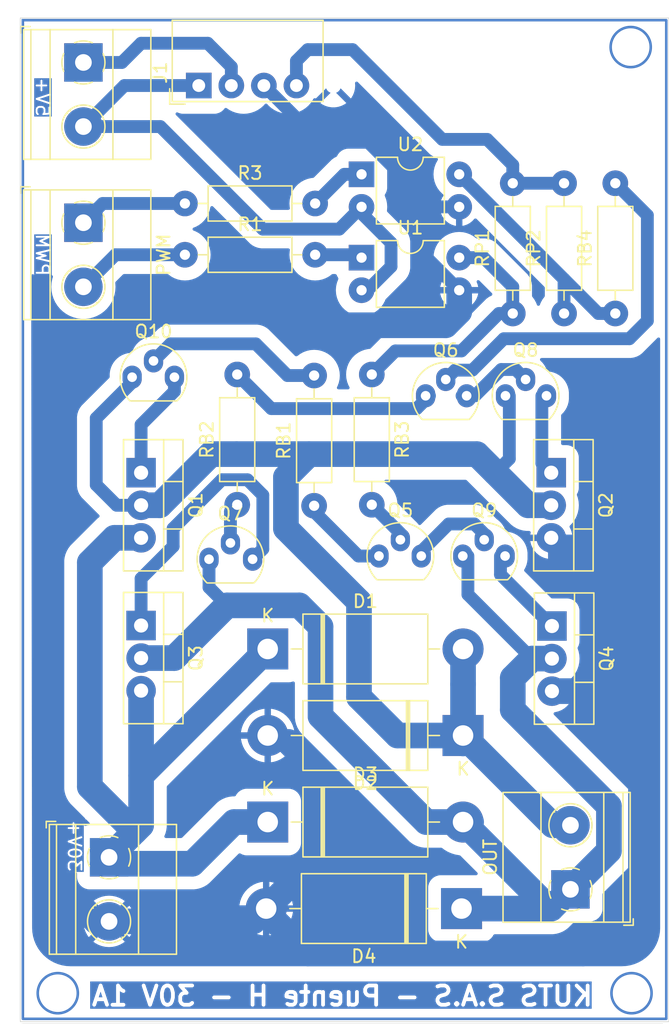
<source format=kicad_pcb>
(kicad_pcb (version 20240108) (generator "pcbnew") (generator_version "8.0")
  (layers (0 "F.Cu" signal) (31 "B.Cu" signal) (34 "B.Paste" user) (35 "F.Paste" user) (36 "B.SilkS" user "B.Silkscreen") (37 "F.SilkS" user "F.Silkscreen") (38 "B.Mask" user) (39 "F.Mask" user) (44 "Edge.Cuts" user))
  (net 0 "")
  (net 1 "30V")
  (net 2 "Net-(D1-A)")
  (net 3 "Net-(D3-A)")
  (net 4 "GND2")
  (net 5 "Net-(Q1-B)")
  (net 6 "Net-(Q2-B)")
  (net 7 "Net-(Q3-B)")
  (net 8 "Net-(Q4-B)")
  (net 9 "Net-(Q5-B)")
  (net 10 "Net-(Q5-E)")
  (net 11 "Net-(Q5-C)")
  (net 12 "Net-(Q6-B)")
  (net 13 "Net-(Q6-E)")
  (net 14 "Net-(Q6-C)")
  (net 15 "Net-(Q7-B)")
  (net 16 "Net-(Q10-B)")
  (net 17 "Net-(R1-Pad2)")
  (net 18 "5VI")
  (net 19 "Net-(R3-Pad2)")
  (net 20 "Net-(J3-Pin_2)")
  (net 21 "Net-(RB3-Pad1)")
  (net 22 "Net-(RB4-Pad1)")
  (net 23 "5V")
  (net 24 "GND1")
  (net 25 "Net-(J3-Pin_1)")
  (footprint "Resistor_THT:R_Axial_DIN0207_L6.3mm_D2.5mm_P10.16mm_Horizontal" (layer "F.Cu") (at 65.4 37.98 90)
    (property "Reference" "RP1" (at 5.08 -2.37 -90) (layer "F.SilkS"))
    (property "Value" "10k")
    (fp_line (start 8.35 -1.37) (end 1.81 -1.37) (stroke (width 0.12)) (layer "F.SilkS"))
    (fp_line (start 1.81 -1.37) (end 1.81 1.37) (stroke (width 0.12)) (layer "F.SilkS"))
    (fp_line (start 9.12 0) (end 8.35 0) (stroke (width 0.12)) (layer "F.SilkS"))
    (fp_line (start 1.04 0) (end 1.81 0) (stroke (width 0.12)) (layer "F.SilkS"))
    (fp_line (start 8.35 1.37) (end 8.35 -1.37) (stroke (width 0.12)) (layer "F.SilkS"))
    (fp_line (start 1.81 1.37) (end 8.35 1.37) (stroke (width 0.12)) (layer "F.SilkS"))
    (pad "1" thru_hole circle (at 0 0 90) (size 2 2) (drill 0.8) (layers "*.Cu" "*.Mask") (net 21 "Net-(RB3-Pad1)"))
    (pad "2" thru_hole circle (at 10.16 0 90) (size 2 2) (drill 0.8) (layers "*.Cu" "*.Mask") (net 18 "5VI"))
  )
  (footprint "Package_TO_SOT_THT:TO-220-3_Vertical" (layer "F.Cu") (at 36.4 62.32 -90)
    (property "Reference" "Q3" (at 2.54 -4.27 90) (layer "F.SilkS"))
    (property "Value" "TIP42")
    (fp_line (start -2.58 1.371) (end 7.66 1.371) (stroke (width 0.12)) (layer "F.SilkS"))
    (fp_line (start -2.58 -1.76) (end 7.66 -1.76) (stroke (width 0.12)) (layer "F.SilkS"))
    (fp_line (start -2.58 -3.27) (end -2.58 1.371) (stroke (width 0.12)) (layer "F.SilkS"))
    (fp_line (start -2.58 -3.27) (end 7.66 -3.27) (stroke (width 0.12)) (layer "F.SilkS"))
    (fp_line (start 0.69 -3.27) (end 0.69 -1.76) (stroke (width 0.12)) (layer "F.SilkS"))
    (fp_line (start 4.391 -3.27) (end 4.391 -1.76) (stroke (width 0.12)) (layer "F.SilkS"))
    (fp_line (start 7.66 -3.27) (end 7.66 1.371) (stroke (width 0.12)) (layer "F.SilkS"))
    (pad "1" thru_hole rect (at 0 0 270) (size 2.3 2.3) (drill 1.1) (layers "*.Cu" "*.Mask") (net 7 "Net-(Q3-B)"))
    (pad "2" thru_hole oval (at 2.54 0 270) (size 2.3 2.3) (drill 1.1) (layers "*.Cu" "*.Mask") (net 3 "Net-(D3-A)"))
    (pad "3" thru_hole oval (at 5.08 0 270) (size 2.3 2.3) (drill 1.1) (layers "*.Cu" "*.Mask") (net 1 "30V"))
  )
  (footprint "TerminalBlock_Phoenix:TerminalBlock_Phoenix_MKDS-1,5-2_1x02_P5.00mm_Horizontal" (layer "F.Cu") (at 31.9 30.9 -90)
    (property "Reference" "PWM" (at 2.5 -6.26 90) (layer "F.SilkS"))
    (property "Value" "Conn_01x02")
    (fp_line (start -2.8 4.9) (end -2.3 4.9) (stroke (width 0.12)) (layer "F.SilkS"))
    (fp_line (start -2.56 4.66) (end 7.56 4.66) (stroke (width 0.12)) (layer "F.SilkS"))
    (fp_line (start -2.8 4.16) (end -2.8 4.9) (stroke (width 0.12)) (layer "F.SilkS"))
    (fp_line (start -2.56 4.1) (end 7.56 4.1) (stroke (width 0.12)) (layer "F.SilkS"))
    (fp_line (start -2.56 2.6) (end 7.56 2.6) (stroke (width 0.12)) (layer "F.SilkS"))
    (fp_line (start 3.966 1.239) (end 3.931 1.274) (stroke (width 0.12)) (layer "F.SilkS"))
    (fp_line (start 3.773 1.023) (end 3.726 1.069) (stroke (width 0.12)) (layer "F.SilkS"))
    (fp_line (start 6.275 -1.069) (end 6.228 -1.023) (stroke (width 0.12)) (layer "F.SilkS"))
    (fp_line (start 6.07 -1.275) (end 6.035 -1.239) (stroke (width 0.12)) (layer "F.SilkS"))
    (fp_line (start -2.56 -2.301) (end 7.56 -2.301) (stroke (width 0.12)) (layer "F.SilkS"))
    (fp_line (start -2.56 -5.261) (end -2.56 4.66) (stroke (width 0.12)) (layer "F.SilkS"))
    (fp_line (start -2.56 -5.261) (end 7.56 -5.261) (stroke (width 0.12)) (layer "F.SilkS"))
    (fp_line (start 7.56 -5.261) (end 7.56 4.66) (stroke (width 0.12)) (layer "F.SilkS"))
    (fp_arc (start 0.028805 1.680253) (mid -0.335551 1.646659) (end -0.684 1.535) (stroke (width 0.12)) (layer "F.SilkS"))
    (fp_arc (start 0.683318 1.534756) (mid 0.349292 1.643288) (end 0 1.68) (stroke (width 0.12)) (layer "F.SilkS"))
    (fp_arc (start -1.535427 0.683042) (mid -1.680501 -0.000524) (end -1.535 -0.684) (stroke (width 0.12)) (layer "F.SilkS"))
    (fp_arc (start 1.535427 -0.683042) (mid 1.680501 0.000524) (end 1.535 0.684) (stroke (width 0.12)) (layer "F.SilkS"))
    (fp_arc (start -0.683042 -1.535427) (mid 0.000524 -1.680501) (end 0.684 -1.535) (stroke (width 0.12)) (layer "F.SilkS"))
    (fp_circle (center 5 0) (end 6.68 0) (stroke (width 0.12)) (fill none) (layer "F.SilkS"))
    (fp_text user "${REFERENCE}" (at 2.5 3.2 -90) (layer "B.Cu" knockout) (effects (justify mirror)))
    (pad "1" thru_hole rect (at 0 0 270) (size 3 3) (drill 1.3) (layers "*.Cu" "*.Mask") (net 25 "Net-(J3-Pin_1)"))
    (pad "2" thru_hole circle (at 5 0 270) (size 3 3) (drill 1.3) (layers "*.Cu" "*.Mask") (net 20 "Net-(J3-Pin_2)"))
  )
  (footprint "TerminalBlock_Phoenix:TerminalBlock_Phoenix_MKDS-1,5-2_1x02_P5.00mm_Horizontal" (layer "F.Cu") (at 31.9 18.4 -90)
    (property "Reference" "5V+" (at 2.7 3.2 -90) (layer "B.Cu" knockout) (effects (justify mirror)))
    (property "Value" "Conn_01x02")
    (fp_line (start -2.8 4.9) (end -2.3 4.9) (stroke (width 0.12)) (layer "F.SilkS"))
    (fp_line (start -2.56 4.66) (end 7.56 4.66) (stroke (width 0.12)) (layer "F.SilkS"))
    (fp_line (start -2.8 4.16) (end -2.8 4.9) (stroke (width 0.12)) (layer "F.SilkS"))
    (fp_line (start -2.56 4.1) (end 7.56 4.1) (stroke (width 0.12)) (layer "F.SilkS"))
    (fp_line (start -2.56 2.6) (end 7.56 2.6) (stroke (width 0.12)) (layer "F.SilkS"))
    (fp_line (start 3.966 1.239) (end 3.931 1.274) (stroke (width 0.12)) (layer "F.SilkS"))
    (fp_line (start 3.773 1.023) (end 3.726 1.069) (stroke (width 0.12)) (layer "F.SilkS"))
    (fp_line (start 6.275 -1.069) (end 6.228 -1.023) (stroke (width 0.12)) (layer "F.SilkS"))
    (fp_line (start 6.07 -1.275) (end 6.035 -1.239) (stroke (width 0.12)) (layer "F.SilkS"))
    (fp_line (start -2.56 -2.301) (end 7.56 -2.301) (stroke (width 0.12)) (layer "F.SilkS"))
    (fp_line (start -2.56 -5.261) (end -2.56 4.66) (stroke (width 0.12)) (layer "F.SilkS"))
    (fp_line (start -2.56 -5.261) (end 7.56 -5.261) (stroke (width 0.12)) (layer "F.SilkS"))
    (fp_line (start 7.56 -5.261) (end 7.56 4.66) (stroke (width 0.12)) (layer "F.SilkS"))
    (fp_arc (start 0.028805 1.680253) (mid -0.335551 1.646659) (end -0.684 1.535) (stroke (width 0.12)) (layer "F.SilkS"))
    (fp_arc (start 0.683318 1.534756) (mid 0.349292 1.643288) (end 0 1.68) (stroke (width 0.12)) (layer "F.SilkS"))
    (fp_arc (start -1.535427 0.683042) (mid -1.680501 -0.000524) (end -1.535 -0.684) (stroke (width 0.12)) (layer "F.SilkS"))
    (fp_arc (start 1.535427 -0.683042) (mid 1.680501 0.000524) (end 1.535 0.684) (stroke (width 0.12)) (layer "F.SilkS"))
    (fp_arc (start -0.683042 -1.535427) (mid 0.000524 -1.680501) (end 0.684 -1.535) (stroke (width 0.12)) (layer "F.SilkS"))
    (fp_circle (center 5 0) (end 6.68 0) (stroke (width 0.12)) (fill none) (layer "F.SilkS"))
    (pad "1" thru_hole rect (at 0 0 270) (size 3 3) (drill 1.3) (layers "*.Cu" "*.Mask") (net 23 "5V"))
    (pad "2" thru_hole circle (at 5 0 270) (size 3 3) (drill 1.3) (layers "*.Cu" "*.Mask") (net 24 "GND1"))
  )
  (footprint "Package_TO_SOT_THT:TO-92" (layer "F.Cu") (at 61.9 56.9)
    (property "Reference" "Q9" (at 1.27 -3.56 0) (layer "F.SilkS"))
    (property "Value" "BC337")
    (fp_line (start -0.53 1.85) (end 3.07 1.85) (stroke (width 0.12)) (layer "F.SilkS"))
    (fp_arc (start -0.568478 1.838478) (mid -1.132087 -0.994977) (end 1.27 -2.6) (stroke (width 0.12)) (layer "F.SilkS"))
    (fp_arc (start 1.27 -2.6) (mid 3.672087 -0.994977) (end 3.108478 1.838478) (stroke (width 0.12)) (layer "F.SilkS"))
    (pad "1" thru_hole oval (at -0.4 0) (size 1.5 1.8) (drill 0.75) (layers "*.Cu" "*.Mask") (net 3 "Net-(D3-A)"))
    (pad "2" thru_hole oval (at 1.27 -1.27) (size 1.5 1.8) (drill 0.75) (layers "*.Cu" "*.Mask") (net 10 "Net-(Q5-E)"))
    (pad "3" thru_hole oval (at 2.9 0) (size 1.5 1.8) (drill 0.75) (layers "*.Cu" "*.Mask") (net 8 "Net-(Q4-B)"))
  )
  (footprint "TerminalBlock_Phoenix:TerminalBlock_Phoenix_MKDS-1,5-2_1x02_P5.00mm_Horizontal" (layer "F.Cu") (at 33.9 80.4 -90)
    (property "Reference" "30V+" (at -0.9 2.7 -90) (layer "B.Cu" knockout) (effects (justify mirror)))
    (property "Value" "Conn_01x02")
    (fp_line (start -2.8 4.9) (end -2.3 4.9) (stroke (width 0.12)) (layer "F.SilkS"))
    (fp_line (start -2.56 4.66) (end 7.56 4.66) (stroke (width 0.12)) (layer "F.SilkS"))
    (fp_line (start -2.8 4.16) (end -2.8 4.9) (stroke (width 0.12)) (layer "F.SilkS"))
    (fp_line (start -2.56 4.1) (end 7.56 4.1) (stroke (width 0.12)) (layer "F.SilkS"))
    (fp_line (start -2.56 2.6) (end 7.56 2.6) (stroke (width 0.12)) (layer "F.SilkS"))
    (fp_line (start 3.966 1.239) (end 3.931 1.274) (stroke (width 0.12)) (layer "F.SilkS"))
    (fp_line (start 3.773 1.023) (end 3.726 1.069) (stroke (width 0.12)) (layer "F.SilkS"))
    (fp_line (start 6.275 -1.069) (end 6.228 -1.023) (stroke (width 0.12)) (layer "F.SilkS"))
    (fp_line (start 6.07 -1.275) (end 6.035 -1.239) (stroke (width 0.12)) (layer "F.SilkS"))
    (fp_line (start -2.56 -2.301) (end 7.56 -2.301) (stroke (width 0.12)) (layer "F.SilkS"))
    (fp_line (start -2.56 -5.261) (end -2.56 4.66) (stroke (width 0.12)) (layer "F.SilkS"))
    (fp_line (start -2.56 -5.261) (end 7.56 -5.261) (stroke (width 0.12)) (layer "F.SilkS"))
    (fp_line (start 7.56 -5.261) (end 7.56 4.66) (stroke (width 0.12)) (layer "F.SilkS"))
    (fp_arc (start 0.028805 1.680253) (mid -0.335551 1.646659) (end -0.684 1.535) (stroke (width 0.12)) (layer "F.SilkS"))
    (fp_arc (start 0.683318 1.534756) (mid 0.349292 1.643288) (end 0 1.68) (stroke (width 0.12)) (layer "F.SilkS"))
    (fp_arc (start -1.535427 0.683042) (mid -1.680501 -0.000524) (end -1.535 -0.684) (stroke (width 0.12)) (layer "F.SilkS"))
    (fp_arc (start 1.535427 -0.683042) (mid 1.680501 0.000524) (end 1.535 0.684) (stroke (width 0.12)) (layer "F.SilkS"))
    (fp_arc (start -0.683042 -1.535427) (mid 0.000524 -1.680501) (end 0.684 -1.535) (stroke (width 0.12)) (layer "F.SilkS"))
    (fp_circle (center 5 0) (end 6.68 0) (stroke (width 0.12)) (fill none) (layer "F.SilkS"))
    (pad "1" thru_hole rect (at 0 0 270) (size 3 3) (drill 1.3) (layers "*.Cu" "*.Mask") (net 1 "30V"))
    (pad "2" thru_hole circle (at 5 0 270) (size 3 3) (drill 1.3) (layers "*.Cu" "*.Mask") (net 4 "GND2"))
  )
  (footprint "Diode_THT:D_DO-201AD_P15.24mm_Horizontal" (layer "F.Cu") (at 46.28 77.65)
    (property "Reference" "D3" (at 7.62 -3.72 0) (layer "F.SilkS"))
    (property "Value" "1N5401")
    (fp_line (start 1.84 0) (end 2.75 0) (stroke (width 0.12)) (layer "F.SilkS"))
    (fp_line (start 2.75 -2.72) (end 2.75 2.72) (stroke (width 0.12)) (layer "F.SilkS"))
    (fp_line (start 2.75 2.72) (end 12.49 2.72) (stroke (width 0.12)) (layer "F.SilkS"))
    (fp_line (start 4.175 -2.72) (end 4.175 2.72) (stroke (width 0.12)) (layer "F.SilkS"))
    (fp_line (start 4.295 -2.72) (end 4.295 2.72) (stroke (width 0.12)) (layer "F.SilkS"))
    (fp_line (start 4.415 -2.72) (end 4.415 2.72) (stroke (width 0.12)) (layer "F.SilkS"))
    (fp_line (start 12.49 -2.72) (end 2.75 -2.72) (stroke (width 0.12)) (layer "F.SilkS"))
    (fp_line (start 12.49 2.72) (end 12.49 -2.72) (stroke (width 0.12)) (layer "F.SilkS"))
    (fp_line (start 13.4 0) (end 12.49 0) (stroke (width 0.12)) (layer "F.SilkS"))
    (fp_text user "K" (at 0 -2.6 0) (layer "F.SilkS"))
    (pad "1" thru_hole rect (at 0 0) (size 3.2 3.2) (drill 1.6) (layers "*.Cu" "*.Mask") (net 1 "30V"))
    (pad "2" thru_hole oval (at 15.24 0) (size 3.2 3.2) (drill 1.6) (layers "*.Cu" "*.Mask") (net 3 "Net-(D3-A)"))
  )
  (footprint "Package_TO_SOT_THT:TO-220-3_Vertical" (layer "F.Cu") (at 68.4 50.4 -90)
    (property "Reference" "Q2" (at 2.54 -4.27 90) (layer "F.SilkS"))
    (property "Value" "TIP41")
    (fp_line (start -2.58 1.371) (end 7.66 1.371) (stroke (width 0.12)) (layer "F.SilkS"))
    (fp_line (start -2.58 -1.76) (end 7.66 -1.76) (stroke (width 0.12)) (layer "F.SilkS"))
    (fp_line (start -2.58 -3.27) (end -2.58 1.371) (stroke (width 0.12)) (layer "F.SilkS"))
    (fp_line (start -2.58 -3.27) (end 7.66 -3.27) (stroke (width 0.12)) (layer "F.SilkS"))
    (fp_line (start 0.69 -3.27) (end 0.69 -1.76) (stroke (width 0.12)) (layer "F.SilkS"))
    (fp_line (start 4.391 -3.27) (end 4.391 -1.76) (stroke (width 0.12)) (layer "F.SilkS"))
    (fp_line (start 7.66 -3.27) (end 7.66 1.371) (stroke (width 0.12)) (layer "F.SilkS"))
    (pad "1" thru_hole rect (at 0 0 270) (size 2.3 2.3) (drill 1.1) (layers "*.Cu" "*.Mask") (net 6 "Net-(Q2-B)"))
    (pad "2" thru_hole oval (at 2.54 0 270) (size 2.3 2.3) (drill 1.1) (layers "*.Cu" "*.Mask") (net 2 "Net-(D1-A)"))
    (pad "3" thru_hole oval (at 5.08 0 270) (size 2.3 2.3) (drill 1.1) (layers "*.Cu" "*.Mask") (net 4 "GND2"))
  )
  (footprint "Resistor_THT:R_Axial_DIN0207_L6.3mm_D2.5mm_P10.16mm_Horizontal" (layer "F.Cu") (at 43.9 52.9 90)
    (property "Reference" "RB2" (at 5.08 -2.37 -90) (layer "F.SilkS"))
    (property "Value" "28k")
    (fp_line (start 8.35 -1.37) (end 1.81 -1.37) (stroke (width 0.12)) (layer "F.SilkS"))
    (fp_line (start 1.81 -1.37) (end 1.81 1.37) (stroke (width 0.12)) (layer "F.SilkS"))
    (fp_line (start 9.12 0) (end 8.35 0) (stroke (width 0.12)) (layer "F.SilkS"))
    (fp_line (start 1.04 0) (end 1.81 0) (stroke (width 0.12)) (layer "F.SilkS"))
    (fp_line (start 8.35 1.37) (end 8.35 -1.37) (stroke (width 0.12)) (layer "F.SilkS"))
    (fp_line (start 1.81 1.37) (end 8.35 1.37) (stroke (width 0.12)) (layer "F.SilkS"))
    (pad "1" thru_hole circle (at 0 0 90) (size 2 2) (drill 0.8) (layers "*.Cu" "*.Mask") (net 15 "Net-(Q7-B)"))
    (pad "2" thru_hole circle (at 10.16 0 90) (size 2 2) (drill 0.8) (layers "*.Cu" "*.Mask") (net 14 "Net-(Q6-C)"))
  )
  (footprint "Package_DIP:DIP-4_W7.62mm" (layer "F.Cu") (at 53.6 27.125)
    (property "Reference" "U2" (at 3.81 -2.33 0) (layer "F.SilkS"))
    (property "Value" "PC817")
    (fp_line (start 1.16 -1.33) (end 1.16 3.87) (stroke (width 0.12)) (layer "F.SilkS"))
    (fp_line (start 1.16 3.87) (end 6.46 3.87) (stroke (width 0.12)) (layer "F.SilkS"))
    (fp_line (start 2.81 -1.33) (end 1.16 -1.33) (stroke (width 0.12)) (layer "F.SilkS"))
    (fp_line (start 6.46 -1.33) (end 4.81 -1.33) (stroke (width 0.12)) (layer "F.SilkS"))
    (fp_line (start 6.46 3.87) (end 6.46 -1.33) (stroke (width 0.12)) (layer "F.SilkS"))
    (fp_arc (start 4.81 -1.33) (mid 3.81 -0.33) (end 2.81 -1.33) (stroke (width 0.12)) (layer "F.SilkS"))
    (pad "1" thru_hole rect (at 0 0) (size 2 2) (drill 0.8) (layers "*.Cu" "*.Mask") (net 19 "Net-(R3-Pad2)"))
    (pad "2" thru_hole oval (at 0 2.54) (size 2 2) (drill 0.8) (layers "*.Cu" "*.Mask") (net 24 "GND1"))
    (pad "3" thru_hole oval (at 7.62 2.54) (size 2 2) (drill 0.8) (layers "*.Cu" "*.Mask") (net 4 "GND2"))
    (pad "4" thru_hole oval (at 7.62 0) (size 2 2) (drill 0.8) (layers "*.Cu" "*.Mask") (net 22 "Net-(RB4-Pad1)"))
  )
  (footprint "Package_TO_SOT_THT:TO-92" (layer "F.Cu") (at 42.1 57.15)
    (property "Reference" "Q7" (at 1.27 -3.56 0) (layer "F.SilkS"))
    (property "Value" "BC327")
    (fp_line (start -0.53 1.85) (end 3.07 1.85) (stroke (width 0.12)) (layer "F.SilkS"))
    (fp_arc (start -0.568478 1.838478) (mid -1.132087 -0.994977) (end 1.27 -2.6) (stroke (width 0.12)) (layer "F.SilkS"))
    (fp_arc (start 1.27 -2.6) (mid 3.672087 -0.994977) (end 3.108478 1.838478) (stroke (width 0.12)) (layer "F.SilkS"))
    (pad "1" thru_hole oval (at -0.4 0) (size 1.5 1.8) (drill 0.75) (layers "*.Cu" "*.Mask") (net 3 "Net-(D3-A)"))
    (pad "2" thru_hole oval (at 1.27 -1.27) (size 1.5 1.8) (drill 0.75) (layers "*.Cu" "*.Mask") (net 15 "Net-(Q7-B)"))
    (pad "3" thru_hole oval (at 3 0) (size 1.5 1.8) (drill 0.75) (layers "*.Cu" "*.Mask") (net 7 "Net-(Q3-B)"))
  )
  (footprint "Resistor_THT:R_Axial_DIN0207_L6.3mm_D2.5mm_P10.16mm_Horizontal" (layer "F.Cu") (at 49.9 52.98 90)
    (property "Reference" "RB1" (at 5.08 -2.37 -90) (layer "F.SilkS"))
    (property "Value" "28k")
    (fp_line (start 8.35 -1.37) (end 1.81 -1.37) (stroke (width 0.12)) (layer "F.SilkS"))
    (fp_line (start 1.81 -1.37) (end 1.81 1.37) (stroke (width 0.12)) (layer "F.SilkS"))
    (fp_line (start 9.12 0) (end 8.35 0) (stroke (width 0.12)) (layer "F.SilkS"))
    (fp_line (start 1.04 0) (end 1.81 0) (stroke (width 0.12)) (layer "F.SilkS"))
    (fp_line (start 8.35 1.37) (end 8.35 -1.37) (stroke (width 0.12)) (layer "F.SilkS"))
    (fp_line (start 1.81 1.37) (end 8.35 1.37) (stroke (width 0.12)) (layer "F.SilkS"))
    (pad "1" thru_hole circle (at 0 0 90) (size 2 2) (drill 0.8) (layers "*.Cu" "*.Mask") (net 11 "Net-(Q5-C)"))
    (pad "2" thru_hole circle (at 10.16 0 90) (size 2 2) (drill 0.8) (layers "*.Cu" "*.Mask") (net 16 "Net-(Q10-B)"))
  )
  (footprint "Package_DIP:DIP-4_W7.62mm" (layer "F.Cu") (at 53.6 33.625)
    (property "Reference" "U1" (at 3.81 -2.33 0) (layer "F.SilkS"))
    (property "Value" "PC817")
    (fp_line (start 1.16 -1.33) (end 1.16 3.87) (stroke (width 0.12)) (layer "F.SilkS"))
    (fp_line (start 1.16 3.87) (end 6.46 3.87) (stroke (width 0.12)) (layer "F.SilkS"))
    (fp_line (start 2.81 -1.33) (end 1.16 -1.33) (stroke (width 0.12)) (layer "F.SilkS"))
    (fp_line (start 6.46 -1.33) (end 4.81 -1.33) (stroke (width 0.12)) (layer "F.SilkS"))
    (fp_line (start 6.46 3.87) (end 6.46 -1.33) (stroke (width 0.12)) (layer "F.SilkS"))
    (fp_arc (start 4.81 -1.33) (mid 3.81 -0.33) (end 2.81 -1.33) (stroke (width 0.12)) (layer "F.SilkS"))
    (pad "1" thru_hole rect (at 0 0) (size 2 2) (drill 0.8) (layers "*.Cu" "*.Mask") (net 17 "Net-(R1-Pad2)"))
    (pad "2" thru_hole oval (at 0 2.54) (size 2 2) (drill 0.8) (layers "*.Cu" "*.Mask") (net 24 "GND1"))
    (pad "3" thru_hole oval (at 7.62 2.54) (size 2 2) (drill 0.8) (layers "*.Cu" "*.Mask") (net 4 "GND2"))
    (pad "4" thru_hole oval (at 7.62 0) (size 2 2) (drill 0.8) (layers "*.Cu" "*.Mask") (net 21 "Net-(RB3-Pad1)"))
  )
  (footprint "Package_TO_SOT_THT:TO-92" (layer "F.Cu") (at 65.13 44.4)
    (property "Reference" "Q8" (at 1.27 -3.56 0) (layer "F.SilkS"))
    (property "Value" "BC337")
    (fp_line (start -0.53 1.85) (end 3.07 1.85) (stroke (width 0.12)) (layer "F.SilkS"))
    (fp_arc (start -0.568478 1.838478) (mid -1.132087 -0.994977) (end 1.27 -2.6) (stroke (width 0.12)) (layer "F.SilkS"))
    (fp_arc (start 1.27 -2.6) (mid 3.672087 -0.994977) (end 3.108478 1.838478) (stroke (width 0.12)) (layer "F.SilkS"))
    (pad "1" thru_hole oval (at -0.3 0) (size 1.5 1.8) (drill 0.75) (layers "*.Cu" "*.Mask") (net 2 "Net-(D1-A)"))
    (pad "2" thru_hole oval (at 1.27 -1.27) (size 1.5 1.8) (drill 0.75) (layers "*.Cu" "*.Mask") (net 13 "Net-(Q6-E)"))
    (pad "3" thru_hole oval (at 2.9 0) (size 1.5 1.8) (drill 0.75) (layers "*.Cu" "*.Mask") (net 6 "Net-(Q2-B)"))
  )
  (footprint "Resistor_THT:R_Axial_DIN0207_L6.3mm_D2.5mm_P10.16mm_Horizontal" (layer "F.Cu") (at 39.82 29.4)
    (property "Reference" "R3" (at 5.08 -2.37 0) (layer "F.SilkS"))
    (property "Value" "150")
    (fp_line (start 1.04 0) (end 1.81 0) (stroke (width 0.12)) (layer "F.SilkS"))
    (fp_line (start 1.81 -1.37) (end 1.81 1.37) (stroke (width 0.12)) (layer "F.SilkS"))
    (fp_line (start 1.81 1.37) (end 8.35 1.37) (stroke (width 0.12)) (layer "F.SilkS"))
    (fp_line (start 8.35 -1.37) (end 1.81 -1.37) (stroke (width 0.12)) (layer "F.SilkS"))
    (fp_line (start 8.35 1.37) (end 8.35 -1.37) (stroke (width 0.12)) (layer "F.SilkS"))
    (fp_line (start 9.12 0) (end 8.35 0) (stroke (width 0.12)) (layer "F.SilkS"))
    (pad "1" thru_hole circle (at 0 0) (size 2 2) (drill 0.8) (layers "*.Cu" "*.Mask") (net 25 "Net-(J3-Pin_1)"))
    (pad "2" thru_hole circle (at 10.16 0) (size 2 2) (drill 0.8) (layers "*.Cu" "*.Mask") (net 19 "Net-(R3-Pad2)"))
  )
  (footprint "Converter_DCDC:Converter_DCDC_Murata_CRE1xxxxxx3C_THT" (layer "F.Cu") (at 40.9 20.2 90)
    (property "Reference" "J1" (at 1 -3 270) (layer "F.SilkS"))
    (property "Value" "Conn_01x04")
    (fp_line (start -0.25 -2.27) (end -1.45 -2.27) (stroke (width 0.12)) (layer "F.SilkS"))
    (fp_line (start -1.45 -2.27) (end -1.45 -1.07) (stroke (width 0.12)) (layer "F.SilkS"))
    (fp_line (start 5.09 -2.07) (end -1.25 -2.07) (stroke (width 0.12)) (layer "F.SilkS"))
    (fp_line (start 5.09 -2.07) (end 5.09 9.7) (stroke (width 0.12)) (layer "F.SilkS"))
    (fp_line (start -1.25 -2.07) (end -1.25 9.7) (stroke (width 0.12)) (layer "F.SilkS"))
    (fp_line (start 5.09 9.7) (end -1.25 9.7) (stroke (width 0.12)) (layer "F.SilkS"))
    (pad "1" thru_hole rect (at 0 0) (size 2 2) (drill 1) (layers "*.Cu" "*.Mask") (net 24 "GND1"))
    (pad "2" thru_hole oval (at 0 2.54) (size 2 2) (drill 1) (layers "*.Cu" "*.Mask") (net 23 "5V"))
    (pad "3" thru_hole oval (at 0 5.08) (size 2 2) (drill 1) (layers "*.Cu" "*.Mask") (net 4 "GND2"))
    (pad "4" thru_hole oval (at 0 7.62) (size 2 2) (drill 1) (layers "*.Cu" "*.Mask") (net 18 "5VI"))
  )
  (footprint "Diode_THT:D_DO-201AD_P15.24mm_Horizontal" (layer "F.Cu") (at 61.4 84.4 180)
    (property "Reference" "D4" (at 7.62 -3.72 180) (layer "F.SilkS"))
    (property "Value" "1N5401")
    (fp_line (start 13.4 0) (end 12.49 0) (stroke (width 0.12)) (layer "F.SilkS"))
    (fp_line (start 12.49 2.72) (end 12.49 -2.72) (stroke (width 0.12)) (layer "F.SilkS"))
    (fp_line (start 12.49 -2.72) (end 2.75 -2.72) (stroke (width 0.12)) (layer "F.SilkS"))
    (fp_line (start 4.415 -2.72) (end 4.415 2.72) (stroke (width 0.12)) (layer "F.SilkS"))
    (fp_line (start 4.295 -2.72) (end 4.295 2.72) (stroke (width 0.12)) (layer "F.SilkS"))
    (fp_line (start 4.175 -2.72) (end 4.175 2.72) (stroke (width 0.12)) (layer "F.SilkS"))
    (fp_line (start 2.75 2.72) (end 12.49 2.72) (stroke (width 0.12)) (layer "F.SilkS"))
    (fp_line (start 2.75 -2.72) (end 2.75 2.72) (stroke (width 0.12)) (layer "F.SilkS"))
    (fp_line (start 1.84 0) (end 2.75 0) (stroke (width 0.12)) (layer "F.SilkS"))
    (fp_text user "K" (at 0 -2.6 180) (layer "F.SilkS"))
    (pad "1" thru_hole rect (at 0 0 180) (size 3.2 3.2) (drill 1.6) (layers "*.Cu" "*.Mask") (net 3 "Net-(D3-A)"))
    (pad "2" thru_hole oval (at 15.24 0 180) (size 3.2 3.2) (drill 1.6) (layers "*.Cu" "*.Mask") (net 4 "GND2"))
  )
  (footprint "Package_TO_SOT_THT:TO-92" (layer "F.Cu") (at 58.9 44.4)
    (property "Reference" "Q6" (at 1.27 -3.56 0) (layer "F.SilkS"))
    (property "Value" "BC337")
    (fp_line (start -0.53 1.85) (end 3.07 1.85) (stroke (width 0.12)) (layer "F.SilkS"))
    (fp_arc (start -0.568478 1.838478) (mid -1.132087 -0.994977) (end 1.27 -2.6) (stroke (width 0.12)) (layer "F.SilkS"))
    (fp_arc (start 1.27 -2.6) (mid 3.672087 -0.994977) (end 3.108478 1.838478) (stroke (width 0.12)) (layer "F.SilkS"))
    (pad "1" thru_hole oval (at -0.3 0) (size 1.5 1.8) (drill 0.75) (layers "*.Cu" "*.Mask") (net 14 "Net-(Q6-C)"))
    (pad "2" thru_hole oval (at 1.27 -1.27) (size 1.5 1.8) (drill 0.75) (layers "*.Cu" "*.Mask") (net 12 "Net-(Q6-B)"))
    (pad "3" thru_hole oval (at 2.9 0) (size 1.5 1.8) (drill 0.75) (layers "*.Cu" "*.Mask") (net 13 "Net-(Q6-E)"))
  )
  (footprint "Diode_THT:D_DO-201AD_P15.24mm_Horizontal" (layer "F.Cu") (at 61.52 70.9 180)
    (property "Reference" "D2" (at 7.62 -3.72 180) (layer "F.SilkS"))
    (property "Value" "1N5401")
    (fp_line (start 13.4 0) (end 12.49 0) (stroke (width 0.12)) (layer "F.SilkS"))
    (fp_line (start 12.49 2.72) (end 12.49 -2.72) (stroke (width 0.12)) (layer "F.SilkS"))
    (fp_line (start 12.49 -2.72) (end 2.75 -2.72) (stroke (width 0.12)) (layer "F.SilkS"))
    (fp_line (start 4.415 -2.72) (end 4.415 2.72) (stroke (width 0.12)) (layer "F.SilkS"))
    (fp_line (start 4.295 -2.72) (end 4.295 2.72) (stroke (width 0.12)) (layer "F.SilkS"))
    (fp_line (start 4.175 -2.72) (end 4.175 2.72) (stroke (width 0.12)) (layer "F.SilkS"))
    (fp_line (start 2.75 2.72) (end 12.49 2.72) (stroke (width 0.12)) (layer "F.SilkS"))
    (fp_line (start 2.75 -2.72) (end 2.75 2.72) (stroke (width 0.12)) (layer "F.SilkS"))
    (fp_line (start 1.84 0) (end 2.75 0) (stroke (width 0.12)) (layer "F.SilkS"))
    (fp_text user "K" (at 0 -2.6 180) (layer "F.SilkS"))
    (pad "1" thru_hole rect (at 0 0 180) (size 3.2 3.2) (drill 1.6) (layers "*.Cu" "*.Mask") (net 2 "Net-(D1-A)"))
    (pad "2" thru_hole oval (at 15.24 0 180) (size 3.2 3.2) (drill 1.6) (layers "*.Cu" "*.Mask") (net 4 "GND2"))
  )
  (footprint "Package_TO_SOT_THT:TO-92" (layer "F.Cu") (at 55.36 56.9)
    (property "Reference" "Q5" (at 1.27 -3.56 0) (layer "F.SilkS"))
    (property "Value" "BC337")
    (fp_line (start -0.53 1.85) (end 3.07 1.85) (stroke (width 0.12)) (layer "F.SilkS"))
    (fp_arc (start -0.568478 1.838478) (mid -1.132087 -0.994977) (end 1.27 -2.6) (stroke (width 0.12)) (layer "F.SilkS"))
    (fp_arc (start 1.27 -2.6) (mid 3.672087 -0.994977) (end 3.108478 1.838478) (stroke (width 0.12)) (layer "F.SilkS"))
    (pad "1" thru_hole oval (at -0.4 0) (size 1.5 1.8) (drill 0.75) (layers "*.Cu" "*.Mask") (net 11 "Net-(Q5-C)"))
    (pad "2" thru_hole oval (at 1.27 -1.27) (size 1.5 1.8) (drill 0.75) (layers "*.Cu" "*.Mask") (net 9 "Net-(Q5-B)"))
    (pad "3" thru_hole oval (at 2.9 0) (size 1.5 1.8) (drill 0.75) (layers "*.Cu" "*.Mask") (net 10 "Net-(Q5-E)"))
  )
  (footprint "Resistor_THT:R_Axial_DIN0207_L6.3mm_D2.5mm_P10.16mm_Horizontal" (layer "F.Cu") (at 73.4 37.98 90)
    (property "Reference" "RB4" (at 5.08 -2.37 -90) (layer "F.SilkS"))
    (property "Value" "120k")
    (fp_line (start 8.35 -1.37) (end 1.81 -1.37) (stroke (width 0.12)) (layer "F.SilkS"))
    (fp_line (start 1.81 -1.37) (end 1.81 1.37) (stroke (width 0.12)) (layer "F.SilkS"))
    (fp_line (start 9.12 0) (end 8.35 0) (stroke (width 0.12)) (layer "F.SilkS"))
    (fp_line (start 1.04 0) (end 1.81 0) (stroke (width 0.12)) (layer "F.SilkS"))
    (fp_line (start 8.35 1.37) (end 8.35 -1.37) (stroke (width 0.12)) (layer "F.SilkS"))
    (fp_line (start 1.81 1.37) (end 8.35 1.37) (stroke (width 0.12)) (layer "F.SilkS"))
    (pad "1" thru_hole circle (at 0 0 90) (size 2 2) (drill 0.8) (layers "*.Cu" "*.Mask") (net 22 "Net-(RB4-Pad1)"))
    (pad "2" thru_hole circle (at 10.16 0 90) (size 2 2) (drill 0.8) (layers "*.Cu" "*.Mask") (net 12 "Net-(Q6-B)"))
  )
  (footprint "Package_TO_SOT_THT:TO-92" (layer "F.Cu") (at 36.1 42.95)
    (property "Reference" "Q10" (at 1.27 -3.56 0) (layer "F.SilkS"))
    (property "Value" "BC327")
    (fp_line (start -0.53 1.85) (end 3.07 1.85) (stroke (width 0.12)) (layer "F.SilkS"))
    (fp_arc (start -0.568478 1.838478) (mid -1.132087 -0.994977) (end 1.27 -2.6) (stroke (width 0.12)) (layer "F.SilkS"))
    (fp_arc (start 1.27 -2.6) (mid 3.672087 -0.994977) (end 3.108478 1.838478) (stroke (width 0.12)) (layer "F.SilkS"))
    (pad "1" thru_hole oval (at -0.4 0) (size 1.5 1.8) (drill 0.75) (layers "*.Cu" "*.Mask") (net 2 "Net-(D1-A)"))
    (pad "2" thru_hole oval (at 1.27 -1.27) (size 1.5 1.8) (drill 0.75) (layers "*.Cu" "*.Mask") (net 16 "Net-(Q10-B)"))
    (pad "3" thru_hole oval (at 2.9 0) (size 1.5 1.8) (drill 0.75) (layers "*.Cu" "*.Mask") (net 5 "Net-(Q1-B)"))
  )
  (footprint "TerminalBlock_Phoenix:TerminalBlock_Phoenix_MKDS-1,5-2_1x02_P5.00mm_Horizontal" (layer "F.Cu") (at 69.9 82.9 90)
    (property "Reference" "OUT" (at 2.5 -6.26 -90) (layer "F.SilkS"))
    (property "Value" "Conn_01x02")
    (fp_line (start 7.56 -5.261) (end 7.56 4.66) (stroke (width 0.12)) (layer "F.SilkS"))
    (fp_line (start -2.56 -5.261) (end 7.56 -5.261) (stroke (width 0.12)) (layer "F.SilkS"))
    (fp_line (start -2.56 -5.261) (end -2.56 4.66) (stroke (width 0.12)) (layer "F.SilkS"))
    (fp_line (start -2.56 -2.301) (end 7.56 -2.301) (stroke (width 0.12)) (layer "F.SilkS"))
    (fp_line (start 6.07 -1.275) (end 6.035 -1.239) (stroke (width 0.12)) (layer "F.SilkS"))
    (fp_line (start 6.275 -1.069) (end 6.228 -1.023) (stroke (width 0.12)) (layer "F.SilkS"))
    (fp_line (start 3.773 1.023) (end 3.726 1.069) (stroke (width 0.12)) (layer "F.SilkS"))
    (fp_line (start 3.966 1.239) (end 3.931 1.274) (stroke (width 0.12)) (layer "F.SilkS"))
    (fp_line (start -2.56 2.6) (end 7.56 2.6) (stroke (width 0.12)) (layer "F.SilkS"))
    (fp_line (start -2.56 4.1) (end 7.56 4.1) (stroke (width 0.12)) (layer "F.SilkS"))
    (fp_line (start -2.8 4.16) (end -2.8 4.9) (stroke (width 0.12)) (layer "F.SilkS"))
    (fp_line (start -2.56 4.66) (end 7.56 4.66) (stroke (width 0.12)) (layer "F.SilkS"))
    (fp_line (start -2.8 4.9) (end -2.3 4.9) (stroke (width 0.12)) (layer "F.SilkS"))
    (fp_arc (start -0.683042 -1.535427) (mid 0.000524 -1.680501) (end 0.684 -1.535) (stroke (width 0.12)) (layer "F.SilkS"))
    (fp_arc (start 1.535427 -0.683042) (mid 1.680501 0.000524) (end 1.535 0.684) (stroke (width 0.12)) (layer "F.SilkS"))
    (fp_arc (start -1.535427 0.683042) (mid -1.680501 -0.000524) (end -1.535 -0.684) (stroke (width 0.12)) (layer "F.SilkS"))
    (fp_arc (start 0.683318 1.534756) (mid 0.349292 1.643288) (end 0 1.68) (stroke (width 0.12)) (layer "F.SilkS"))
    (fp_arc (start 0.028805 1.680253) (mid -0.335551 1.646659) (end -0.684 1.535) (stroke (width 0.12)) (layer "F.SilkS"))
    (fp_circle (center 5 0) (end 6.68 0) (stroke (width 0.12)) (fill none) (layer "F.SilkS"))
    (pad "1" thru_hole rect (at 0 0 90) (size 3 3) (drill 1.3) (layers "*.Cu" "*.Mask") (net 3 "Net-(D3-A)"))
    (pad "2" thru_hole circle (at 5 0 90) (size 3 3) (drill 1.3) (layers "*.Cu" "*.Mask") (net 2 "Net-(D1-A)"))
  )
  (footprint "Resistor_THT:R_Axial_DIN0207_L6.3mm_D2.5mm_P10.16mm_Horizontal" (layer "F.Cu") (at 39.82 33.4)
    (property "Reference" "R1" (at 5.08 -2.37 0) (layer "F.SilkS"))
    (property "Value" "150")
    (fp_line (start 1.04 0) (end 1.81 0) (stroke (width 0.12)) (layer "F.SilkS"))
    (fp_line (start 1.81 -1.37) (end 1.81 1.37) (stroke (width 0.12)) (layer "F.SilkS"))
    (fp_line (start 1.81 1.37) (end 8.35 1.37) (stroke (width 0.12)) (layer "F.SilkS"))
    (fp_line (start 8.35 -1.37) (end 1.81 -1.37) (stroke (width 0.12)) (layer "F.SilkS"))
    (fp_line (start 8.35 1.37) (end 8.35 -1.37) (stroke (width 0.12)) (layer "F.SilkS"))
    (fp_line (start 9.12 0) (end 8.35 0) (stroke (width 0.12)) (layer "F.SilkS"))
    (pad "1" thru_hole circle (at 0 0) (size 2 2) (drill 0.8) (layers "*.Cu" "*.Mask") (net 20 "Net-(J3-Pin_2)"))
    (pad "2" thru_hole circle (at 10.16 0) (size 2 2) (drill 0.8) (layers "*.Cu" "*.Mask") (net 17 "Net-(R1-Pad2)"))
  )
  (footprint "Resistor_THT:R_Axial_DIN0207_L6.3mm_D2.5mm_P10.16mm_Horizontal" (layer "F.Cu") (at 54.4 42.74 -90)
    (property "Reference" "RB3" (at 5.08 -2.37 90) (layer "F.SilkS"))
    (property "Value" "120k")
    (fp_line (start 1.81 1.37) (end 8.35 1.37) (stroke (width 0.12)) (layer "F.SilkS"))
    (fp_line (start 8.35 1.37) (end 8.35 -1.37) (stroke (width 0.12)) (layer "F.SilkS"))
    (fp_line (start 1.04 0) (end 1.81 0) (stroke (width 0.12)) (layer "F.SilkS"))
    (fp_line (start 9.12 0) (end 8.35 0) (stroke (width 0.12)) (layer "F.SilkS"))
    (fp_line (start 1.81 -1.37) (end 1.81 1.37) (stroke (width 0.12)) (layer "F.SilkS"))
    (fp_line (start 8.35 -1.37) (end 1.81 -1.37) (stroke (width 0.12)) (layer "F.SilkS"))
    (pad "1" thru_hole circle (at 0 0 270) (size 2 2) (drill 0.8) (layers "*.Cu" "*.Mask") (net 21 "Net-(RB3-Pad1)"))
    (pad "2" thru_hole circle (at 10.16 0 270) (size 2 2) (drill 0.8) (layers "*.Cu" "*.Mask") (net 9 "Net-(Q5-B)"))
  )
  (footprint "Resistor_THT:R_Axial_DIN0207_L6.3mm_D2.5mm_P10.16mm_Horizontal" (layer "F.Cu") (at 69.4 37.98 90)
    (property "Reference" "RP2" (at 5.08 -2.37 -90) (layer "F.SilkS"))
    (property "Value" "10k")
    (fp_line (start 8.35 -1.37) (end 1.81 -1.37) (stroke (width 0.12)) (layer "F.SilkS"))
    (fp_line (start 1.81 -1.37) (end 1.81 1.37) (stroke (width 0.12)) (layer "F.SilkS"))
    (fp_line (start 9.12 0) (end 8.35 0) (stroke (width 0.12)) (layer "F.SilkS"))
    (fp_line (start 1.04 0) (end 1.81 0) (stroke (width 0.12)) (layer "F.SilkS"))
    (fp_line (start 8.35 1.37) (end 8.35 -1.37) (stroke (width 0.12)) (layer "F.SilkS"))
    (fp_line (start 1.81 1.37) (end 8.35 1.37) (stroke (width 0.12)) (layer "F.SilkS"))
    (pad "1" thru_hole circle (at 0 0 90) (size 2 2) (drill 0.8) (layers "*.Cu" "*.Mask") (net 22 "Net-(RB4-Pad1)"))
    (pad "2" thru_hole circle (at 10.16 0 90) (size 2 2) (drill 0.8) (layers "*.Cu" "*.Mask") (net 18 "5VI"))
  )
  (footprint "Diode_THT:D_DO-201AD_P15.24mm_Horizontal" (layer "F.Cu") (at 46.28 64.15)
    (property "Reference" "D1" (at 7.62 -3.72 0) (layer "F.SilkS"))
    (property "Value" "1N5401")
    (fp_line (start 1.84 0) (end 2.75 0) (stroke (width 0.12)) (layer "F.SilkS"))
    (fp_line (start 2.75 -2.72) (end 2.75 2.72) (stroke (width 0.12)) (layer "F.SilkS"))
    (fp_line (start 2.75 2.72) (end 12.49 2.72) (stroke (width 0.12)) (layer "F.SilkS"))
    (fp_line (start 4.175 -2.72) (end 4.175 2.72) (stroke (width 0.12)) (layer "F.SilkS"))
    (fp_line (start 4.295 -2.72) (end 4.295 2.72) (stroke (width 0.12)) (layer "F.SilkS"))
    (fp_line (start 4.415 -2.72) (end 4.415 2.72) (stroke (width 0.12)) (layer "F.SilkS"))
    (fp_line (start 12.49 -2.72) (end 2.75 -2.72) (stroke (width 0.12)) (layer "F.SilkS"))
    (fp_line (start 12.49 2.72) (end 12.49 -2.72) (stroke (width 0.12)) (layer "F.SilkS"))
    (fp_line (start 13.4 0) (end 12.49 0) (stroke (width 0.12)) (layer "F.SilkS"))
    (fp_text user "K" (at 0 -2.6 0) (layer "F.SilkS"))
    (pad "1" thru_hole rect (at 0 0) (size 3.2 3.2) (drill 1.6) (layers "*.Cu" "*.Mask") (net 1 "30V"))
    (pad "2" thru_hole oval (at 15.24 0) (size 3.2 3.2) (drill 1.6) (layers "*.Cu" "*.Mask") (net 2 "Net-(D1-A)"))
  )
  (footprint "Package_TO_SOT_THT:TO-220-3_Vertical" (layer "F.Cu") (at 36.4 50.4 -90)
    (property "Reference" "Q1" (at 2.54 -4.27 90) (layer "F.SilkS"))
    (property "Value" "TIP42")
    (fp_line (start -2.58 1.371) (end 7.66 1.371) (stroke (width 0.12)) (layer "F.SilkS"))
    (fp_line (start -2.58 -1.76) (end 7.66 -1.76) (stroke (width 0.12)) (layer "F.SilkS"))
    (fp_line (start -2.58 -3.27) (end -2.58 1.371) (stroke (width 0.12)) (layer "F.SilkS"))
    (fp_line (start -2.58 -3.27) (end 7.66 -3.27) (stroke (width 0.12)) (layer "F.SilkS"))
    (fp_line (start 0.69 -3.27) (end 0.69 -1.76) (stroke (width 0.12)) (layer "F.SilkS"))
    (fp_line (start 4.391 -3.27) (end 4.391 -1.76) (stroke (width 0.12)) (layer "F.SilkS"))
    (fp_line (start 7.66 -3.27) (end 7.66 1.371) (stroke (width 0.12)) (layer "F.SilkS"))
    (pad "1" thru_hole rect (at 0 0 270) (size 2.3 2.3) (drill 1.1) (layers "*.Cu" "*.Mask") (net 5 "Net-(Q1-B)"))
    (pad "2" thru_hole oval (at 2.54 0 270) (size 2.3 2.3) (drill 1.1) (layers "*.Cu" "*.Mask") (net 2 "Net-(D1-A)"))
    (pad "3" thru_hole oval (at 5.08 0 270) (size 2.3 2.3) (drill 1.1) (layers "*.Cu" "*.Mask") (net 1 "30V"))
  )
  (footprint "Package_TO_SOT_THT:TO-220-3_Vertical" (layer "F.Cu") (at 68.455 62.36 -90)
    (property "Reference" "Q4" (at 2.54 -4.27 90) (layer "F.SilkS"))
    (property "Value" "TIP41")
    (fp_line (start -2.58 1.371) (end 7.66 1.371) (stroke (width 0.12)) (layer "F.SilkS"))
    (fp_line (start -2.58 -1.76) (end 7.66 -1.76) (stroke (width 0.12)) (layer "F.SilkS"))
    (fp_line (start -2.58 -3.27) (end -2.58 1.371) (stroke (width 0.12)) (layer "F.SilkS"))
    (fp_line (start -2.58 -3.27) (end 7.66 -3.27) (stroke (width 0.12)) (layer "F.SilkS"))
    (fp_line (start 0.69 -3.27) (end 0.69 -1.76) (stroke (width 0.12)) (layer "F.SilkS"))
    (fp_line (start 4.391 -3.27) (end 4.391 -1.76) (stroke (width 0.12)) (layer "F.SilkS"))
    (fp_line (start 7.66 -3.27) (end 7.66 1.371) (stroke (width 0.12)) (layer "F.SilkS"))
    (pad "1" thru_hole rect (at 0 0 270) (size 2.3 2.3) (drill 1.1) (layers "*.Cu" "*.Mask") (net 8 "Net-(Q4-B)"))
    (pad "2" thru_hole oval (at 2.54 0 270) (size 2.3 2.3) (drill 1.1) (layers "*.Cu" "*.Mask") (net 3 "Net-(D3-A)"))
    (pad "3" thru_hole oval (at 5.08 0 270) (size 2.3 2.3) (drill 1.1) (layers "*.Cu" "*.Mask") (net 4 "GND2"))
  )
  (gr_circle (center 74.665247 91) (end 76.065247 91.7) (stroke (width 0.2)) (fill none) (layer "B.Cu") (net 4))
  (gr_circle (center 29.9 91) (end 28.5 91.7) (stroke (width 0.2)) (fill none) (layer "B.Cu") (net 4))
  (gr_circle (center 74.6 17.2) (end 76 16.5) (stroke (width 0.2)) (fill none) (layer "B.Cu") (net 4))
  (gr_rect (start 27.17625 15.1) (end 77.37625 93) (stroke (width 0.2)) (fill none) (layer "B.Cu") (net 4))
  (gr_rect (start 26.97625 14.925) (end 77.57625 93.225) (stroke (width 0.05)) (fill none) (layer "Edge.Cuts"))
  (gr_line (start 77.1 93.4) (end 27.1 93.4) (stroke (width 0.05)) (layer "Edge.Cuts"))
  (gr_text "KUTS S.A.S - Puente H - 30V 1A\n" (at 32.4 92.1 0) (layer "B.Cu" knockout) (effects (font (size 1.5 1.5) (thickness 0.3) (bold yes)) (justify right bottom mirror)))
  (segment (start 34.4 80.9) (end 33.9 80.4) (width 2) (layer "B.Cu") (net 1))
  (segment (start 40.4 80.9) (end 34.4 80.9) (width 2) (layer "B.Cu") (net 1))
  (segment (start 36.4 67.4) (end 36.4 77.9) (width 2) (layer "B.Cu") (net 1))
  (segment (start 34.32 55.48) (end 32.4 57.4) (width 2) (layer "B.Cu") (net 1))
  (segment (start 46.28 77.65) (end 43.65 77.65) (width 2) (layer "B.Cu") (net 1))
  (segment (start 36.4 55.48) (end 34.32 55.48) (width 2) (layer "B.Cu") (net 1))
  (segment (start 32.4 57.4) (end 32.4 74.9) (width 2) (layer "B.Cu") (net 1))
  (segment (start 36.4 74.03) (end 46.28 64.15) (width 2) (layer "B.Cu") (net 1))
  (segment (start 36.4 77.9) (end 35.15 79.15) (width 2) (layer "B.Cu") (net 1))
  (segment (start 35.15 79.15) (end 33.9 80.4) (width 2) (layer "B.Cu") (net 1))
  (segment (start 35.9 78.4) (end 36.4 77.9) (width 2) (layer "B.Cu") (net 1))
  (segment (start 32.4 74.9) (end 35.9 78.4) (width 2) (layer "B.Cu") (net 1))
  (segment (start 43.65 77.65) (end 40.4 80.9) (width 2) (layer "B.Cu") (net 1))
  (segment (start 68.4 52.94) (end 66.5875 52.94) (width 2) (layer "B.Cu") (net 2))
  (segment (start 32.9 51.345) (end 34.495 52.94) (width 1) (layer "B.Cu") (net 2))
  (segment (start 69.9 77.9) (end 68.52 77.9) (width 2) (layer "B.Cu") (net 2))
  (segment (start 61.52 66.9) (end 61.52 64.15) (width 2) (layer "B.Cu") (net 2))
  (segment (start 64.0475 50.4) (end 62.5975 48.95) (width 2) (layer "B.Cu") (net 2))
  (segment (start 43.85 48.95) (end 41.85 48.95) (width 2) (layer "B.Cu") (net 2))
  (segment (start 56.4 70.9) (end 53.4 67.9) (width 2) (layer "B.Cu") (net 2))
  (segment (start 65.13 44.4) (end 65.13 49.3175) (width 1) (layer "B.Cu") (net 2))
  (segment (start 47.7 54.75) (end 47.7 50.75) (width 2) (layer "B.Cu") (net 2))
  (segment (start 66.5875 52.94) (end 64.0475 50.4) (width 2) (layer "B.Cu") (net 2))
  (segment (start 68.52 77.9) (end 61.52 70.9) (width 2) (layer "B.Cu") (net 2))
  (segment (start 61.52 70.9) (end 61.52 66.9) (width 2) (layer "B.Cu") (net 2))
  (segment (start 41.85 48.95) (end 37.86 52.94) (width 2) (layer "B.Cu") (net 2))
  (segment (start 32.9 46.15) (end 32.9 51.345) (width 1) (layer "B.Cu") (net 2))
  (segment (start 35.7 42.95) (end 35.7 43.35) (width 1) (layer "B.Cu") (net 2))
  (segment (start 34.495 52.94) (end 36.4 52.94) (width 1) (layer "B.Cu") (net 2))
  (segment (start 65.13 49.3175) (end 64.0475 50.4) (width 1) (layer "B.Cu") (net 2))
  (segment (start 61.52 70.9) (end 61.52 71.52) (width 2) (layer "B.Cu") (net 2))
  (segment (start 53.4 67.9) (end 53.4 60.45) (width 2) (layer "B.Cu") (net 2))
  (segment (start 62.5975 48.95) (end 43.85 48.95) (width 2) (layer "B.Cu") (net 2))
  (segment (start 37.86 52.94) (end 36.4 52.94) (width 2) (layer "B.Cu") (net 2))
  (segment (start 53.4 60.45) (end 47.7 54.75) (width 2) (layer "B.Cu") (net 2))
  (segment (start 46.1 48.95) (end 45.1 48.95) (width 1) (layer "B.Cu") (net 2))
  (segment (start 35.7 43.35) (end 32.9 46.15) (width 1) (layer "B.Cu") (net 2))
  (segment (start 61.52 70.9) (end 56.4 70.9) (width 2) (layer "B.Cu") (net 2))
  (segment (start 47.7 50.75) (end 49.5 48.95) (width 2) (layer "B.Cu") (net 2))
  (segment (start 43.1 60.75) (end 38.99 64.86) (width 2) (layer "B.Cu") (net 3))
  (segment (start 48.75 60.75) (end 43.1 60.75) (width 2) (layer "B.Cu") (net 3))
  (segment (start 72.9 79.9) (end 69.9 82.9) (width 2) (layer "B.Cu") (net 3))
  (segment (start 65.4 68.9) (end 72.9 76.4) (width 2) (layer "B.Cu") (net 3))
  (segment (start 62.15 77.65) (end 61.52 77.65) (width 2) (layer "B.Cu") (net 3))
  (segment (start 61.9 84.9) (end 61.4 84.4) (width 2) (layer "B.Cu") (net 3))
  (segment (start 61.4 84.4) (end 68.4 84.4) (width 2) (layer "B.Cu") (net 3))
  (segment (start 61.9 59.9) (end 66.9 64.9) (width 1) (layer "B.Cu") (net 3))
  (segment (start 66.9 64.9) (end 65.4 66.4) (width 2) (layer "B.Cu") (net 3))
  (segment (start 58.65 77.65) (end 50.4 69.4) (width 2) (layer "B.Cu") (net 3))
  (segment (start 68.27 84.4) (end 68.4 84.4) (width 2) (layer "B.Cu") (net 3))
  (segment (start 38.99 64.86) (end 36.4 64.86) (width 2) (layer "B.Cu") (net 3))
  (segment (start 41.7 59.35) (end 43.1 60.75) (width 1) (layer "B.Cu") (net 3))
  (segment (start 50.4 62.4) (end 48.75 60.75) (width 2) (layer "B.Cu") (net 3))
  (segment (start 41.7 57.15) (end 41.7 59.35) (width 1) (layer "B.Cu") (net 3))
  (segment (start 68.455 64.9) (end 66.9 64.9) (width 2) (layer "B.Cu") (net 3))
  (segment (start 61.52 77.65) (end 68.27 84.4) (width 2) (layer "B.Cu") (net 3))
  (segment (start 72.9 76.4) (end 72.9 79.9) (width 2) (layer "B.Cu") (net 3))
  (segment (start 68.4 84.4) (end 69.9 82.9) (width 2) (layer "B.Cu") (net 3))
  (segment (start 61.9 56.9) (end 61.9 59.9) (width 1) (layer "B.Cu") (net 3))
  (segment (start 50.4 69.4) (end 50.4 62.4) (width 2) (layer "B.Cu") (net 3))
  (segment (start 61.52 77.65) (end 58.65 77.65) (width 2) (layer "B.Cu") (net 3))
  (segment (start 65.4 66.4) (end 65.4 68.9) (width 2) (layer "B.Cu") (net 3))
  (segment (start 59.165 29.665) (end 61.22 29.665) (width 1) (layer "B.Cu") (net 4))
  (segment (start 49.4 87.9) (end 70.9 87.9) (width 2) (layer "B.Cu") (net 4))
  (segment (start 46.16 84.66) (end 49.4 87.9) (width 2) (layer "B.Cu") (net 4))
  (segment (start 58.4 28.9) (end 59.165 29.665) (width 1) (layer "B.Cu") (net 4))
  (segment (start 58.4 33.345) (end 58.4 28.9) (width 1) (layer "B.Cu") (net 4))
  (segment (start 70.9 87.9) (end 75.4 83.4) (width 2) (layer "B.Cu") (net 4))
  (segment (start 73.94 67.44) (end 75.4 68.9) (width 2) (layer "B.Cu") (net 4))
  (segment (start 29.4 81.9) (end 32.9 85.4) (width 2) (layer "B.Cu") (net 4))
  (segment (start 45.16 85.4) (end 46.16 84.4) (width 2) (layer "B.Cu") (net 4))
  (segment (start 75.4 62.48) (end 68.4 55.48) (width 2) (layer "B.Cu") (net 4))
  (segment (start 33.9 85.4) (end 45.16 85.4) (width 2) (layer "B.Cu") (net 4))
  (segment (start 35.9 37.4) (end 29.4 43.9) (width 2) (layer "B.Cu") (net 4))
  (segment (start 68.455 67.44) (end 73.94 67.44) (width 2) (layer "B.Cu") (net 4))
  (segment (start 61.22 36.165) (end 61.22 37.845) (width 2) (layer "B.Cu") (net 4))
  (segment (start 49.9 80.66) (end 46.16 84.4) (width 2) (layer "B.Cu") (net 4))
  (segment (start 52.4 22.9) (end 58.4 28.9) (width 1) (layer "B.Cu") (net 4))
  (segment (start 45.98 20.2) (end 48.68 22.9) (width 1) (layer "B.Cu") (net 4))
  (segment (start 75.4 83.4) (end 75.4 68.9) (width 2) (layer "B.Cu") (net 4))
  (segment (start 60.165 38.9) (end 49.9 38.9) (width 2) (layer "B.Cu") (net 4))
  (segment (start 75.4 68.9) (end 75.4 62.48) (width 2) (layer "B.Cu") (net 4))
  (segment (start 46.16 84.4) (end 46.16 84.66) (width 2) (layer "B.Cu") (net 4))
  (segment (start 49.9 38.9) (end 48.4 37.4) (width 2) (layer "B.Cu") (net 4))
  (segment (start 61.22 36.165) (end 58.4 33.345) (width 1) (layer "B.Cu") (net 4))
  (segment (start 32.9 85.4) (end 33.9 85.4) (width 2) (layer "B.Cu") (net 4))
  (segment (start 29.4 43.9) (end 29.4 81.9) (width 2) (layer "B.Cu") (net 4))
  (segment (start 48.4 37.4) (end 35.9 37.4) (width 2) (layer "B.Cu") (net 4))
  (segment (start 47.9 71.4) (end 49.9 73.4) (width 2) (layer "B.Cu") (net 4))
  (segment (start 49.9 73.4) (end 49.9 80.66) (width 2) (layer "B.Cu") (net 4))
  (segment (start 48.68 22.9) (end 52.4 22.9) (width 1) (layer "B.Cu") (net 4))
  (segment (start 61.22 37.845) (end 60.165 38.9) (width 2) (layer "B.Cu") (net 4))
  (segment (start 36.4 46.65) (end 36.4 50.4) (width 1) (layer "B.Cu") (net 5))
  (segment (start 39 44.05) (end 36.4 46.65) (width 1) (layer "B.Cu") (net 5))
  (segment (start 39 42.95) (end 39 44.05) (width 1) (layer "B.Cu") (net 5))
  (segment (start 36.13 50.13) (end 36.4 50.4) (width 1) (layer "B.Cu") (net 5))
  (segment (start 67.67 44.4) (end 67.67 49.67) (width 1) (layer "B.Cu") (net 6))
  (segment (start 67.67 49.67) (end 68.4 50.4) (width 1) (layer "B.Cu") (net 6))
  (segment (start 38.9 56.15) (end 36.4 58.65) (width 1) (layer "B.Cu") (net 7))
  (segment (start 44.7 50.95) (end 42.7 50.95) (width 1) (layer "B.Cu") (net 7))
  (segment (start 45.9 52.15) (end 44.7 50.95) (width 1) (layer "B.Cu") (net 7))
  (segment (start 38.9 54.75) (end 38.9 56.15) (width 1) (layer "B.Cu") (net 7))
  (segment (start 36.4 58.65) (end 36.4 62.32) (width 1) (layer "B.Cu") (net 7))
  (segment (start 45.9 56.35) (end 45.9 52.15) (width 1) (layer "B.Cu") (net 7))
  (segment (start 45.1 57.15) (end 45.9 56.35) (width 1) (layer "B.Cu") (net 7))
  (segment (start 42.7 50.95) (end 38.9 54.75) (width 1) (layer "B.Cu") (net 7))
  (segment (start 68.455 62.36) (end 67.86 62.36) (width 1) (layer "B.Cu") (net 8))
  (segment (start 64.44 56.9) (end 64.44 58.345) (width 1) (layer "B.Cu") (net 8))
  (segment (start 64.44 58.345) (end 68.455 62.36) (width 1) (layer "B.Cu") (net 8))
  (segment (start 54.4 52.9) (end 56.63 55.13) (width 1) (layer "B.Cu") (net 9))
  (segment (start 60.4 54.4) (end 62.4 54.4) (width 1) (layer "B.Cu") (net 10))
  (segment (start 62.4 54.4) (end 63.17 55.17) (width 1) (layer "B.Cu") (net 10))
  (segment (start 58.26 56.9) (end 58.26 56.54) (width 1) (layer "B.Cu") (net 10))
  (segment (start 58.26 56.54) (end 60.4 54.4) (width 1) (layer "B.Cu") (net 10))
  (segment (start 49.9 53.44) (end 49.9 52.98) (width 1) (layer "B.Cu") (net 11))
  (segment (start 53.36 56.9) (end 49.9 53.44) (width 1) (layer "B.Cu") (net 11))
  (segment (start 54.96 56.9) (end 53.36 56.9) (width 1) (layer "B.Cu") (net 11))
  (segment (start 64.7 39.95) (end 62.25 42.4) (width 1) (layer "B.Cu") (net 12))
  (segment (start 62.25 42.4) (end 60.9 42.4) (width 1) (layer "B.Cu") (net 12))
  (segment (start 60.9 42.4) (end 60.17 43.13) (width 1) (layer "B.Cu") (net 12))
  (segment (start 74.5 39.95) (end 64.7 39.95) (width 1) (layer "B.Cu") (net 12))
  (segment (start 73.4 27.82) (end 75.9 30.32) (width 1) (layer "B.Cu") (net 12))
  (segment (start 75.9 38.55) (end 74.5 39.95) (width 1) (layer "B.Cu") (net 12))
  (segment (start 75.9 30.32) (end 75.9 38.55) (width 1) (layer "B.Cu") (net 12))
  (segment (start 64.5 42.35) (end 65.62 42.35) (width 1) (layer "B.Cu") (net 13))
  (segment (start 62.45 44.4) (end 64.5 42.35) (width 1) (layer "B.Cu") (net 13))
  (segment (start 65.62 42.35) (end 66.4 43.13) (width 1) (layer "B.Cu") (net 13))
  (segment (start 61.44 44.4) (end 62.45 44.4) (width 1) (layer "B.Cu") (net 13))
  (segment (start 57.9 45.4) (end 46.56 45.4) (width 1) (layer "B.Cu") (net 14))
  (segment (start 46.56 45.4) (end 43.9 42.74) (width 1) (layer "B.Cu") (net 14))
  (segment (start 57.9 45.4) (end 58.9 44.4) (width 1) (layer "B.Cu") (net 14))
  (segment (start 43.37 53.43) (end 43.9 52.9) (width 1) (layer "B.Cu") (net 15))
  (segment (start 43.37 55.88) (end 43.37 53.43) (width 1) (layer "B.Cu") (net 15))
  (segment (start 37.37 41.68) (end 38.7 40.35) (width 1) (layer "B.Cu") (net 16))
  (segment (start 47.82 42.82) (end 49.9 42.82) (width 1) (layer "B.Cu") (net 16))
  (segment (start 38.7 40.35) (end 45.35 40.35) (width 1) (layer "B.Cu") (net 16))
  (segment (start 45.35 40.35) (end 47.82 42.82) (width 1) (layer "B.Cu") (net 16))
  (segment (start 53.375 33.4) (end 53.6 33.625) (width 1) (layer "B.Cu") (net 17))
  (segment (start 49.98 33.4) (end 53.375 33.4) (width 1) (layer "B.Cu") (net 17))
  (segment (start 49.4 17.4) (end 48.52 18.28) (width 1) (layer "B.Cu") (net 18))
  (segment (start 48.52 18.28) (end 48.52 20.2) (width 1) (layer "B.Cu") (net 18))
  (segment (start 63.4 24.4) (end 59.9 24.4) (width 1) (layer "B.Cu") (net 18))
  (segment (start 65.4 27.82) (end 65.4 26.4) (width 1) (layer "B.Cu") (net 18))
  (segment (start 65.4 26.4) (end 63.4 24.4) (width 1) (layer "B.Cu") (net 18))
  (segment (start 52.9 17.4) (end 49.4 17.4) (width 1) (layer "B.Cu") (net 18))
  (segment (start 69.4 27.82) (end 65.4 27.82) (width 1) (layer "B.Cu") (net 18))
  (segment (start 59.9 24.4) (end 52.9 17.4) (width 1) (layer "B.Cu") (net 18))
  (segment (start 49.98 29.4) (end 52.255 27.125) (width 1) (layer "B.Cu") (net 19))
  (segment (start 52.255 27.125) (end 53.6 27.125) (width 1) (layer "B.Cu") (net 19))
  (segment (start 39.82 33.4) (end 34.4 33.4) (width 1) (layer "B.Cu") (net 20))
  (segment (start 34.4 33.4) (end 31.9 35.9) (width 1) (layer "B.Cu") (net 20))
  (segment (start 65.4 35.9) (end 65.4 37.98) (width 1) (layer "B.Cu") (net 21))
  (segment (start 65.4 37.98) (end 64.32 37.98) (width 1) (layer "B.Cu") (net 21))
  (segment (start 64.32 37.98) (end 61.4 40.9) (width 1) (layer "B.Cu") (net 21))
  (segment (start 61.4 40.9) (end 56.24 40.9) (width 1) (layer "B.Cu") (net 21))
  (segment (start 56.24 40.9) (end 54.4 42.74) (width 1) (layer "B.Cu") (net 21))
  (segment (start 61.22 33.625) (end 63.125 33.625) (width 1) (layer "B.Cu") (net 21))
  (segment (start 63.125 33.625) (end 65.4 35.9) (width 1) (layer "B.Cu") (net 21))
  (segment (start 72.075 37.98) (end 69.4 35.305) (width 1) (layer "B.Cu") (net 22))
  (segment (start 69.4 35.305) (end 69.4 37.98) (width 1) (layer "B.Cu") (net 22))
  (segment (start 61.22 27.125) (end 69.4 35.305) (width 1) (layer "B.Cu") (net 22))
  (segment (start 73.4 37.98) (end 72.075 37.98) (width 1) (layer "B.Cu") (net 22))
  (segment (start 43.44 18.74) (end 43.44 20.2) (width 1) (layer "B.Cu") (net 23))
  (segment (start 34.9 18.4) (end 36.4 16.9) (width 1) (layer "B.Cu") (net 23))
  (segment (start 31.9 18.4) (end 34.9 18.4) (width 1) (layer "B.Cu") (net 23))
  (segment (start 36.4 16.9) (end 41.6 16.9) (width 1) (layer "B.Cu") (net 23))
  (segment (start 41.6 16.9) (end 43.44 18.74) (width 1) (layer "B.Cu") (net 23))
  (segment (start 45.9 31.4) (end 37.9 23.4) (width 1) (layer "B.Cu") (net 24))
  (segment (start 53.6 29.665) (end 51.865 31.4) (width 1) (layer "B.Cu") (net 24))
  (segment (start 37.9 23.4) (end 31.9 23.4) (width 1) (layer "B.Cu") (net 24))
  (segment (start 54.06 36.165) (end 55.9 34.325) (width 1) (layer "B.Cu") (net 24))
  (segment (start 51.865 31.4) (end 45.9 31.4) (width 1) (layer "B.Cu") (net 24))
  (segment (start 53.6 36.165) (end 54.06 36.165) (width 1) (layer "B.Cu") (net 24))
  (segment (start 53.6 30.165) (end 53.6 29.665) (width 1) (layer "B.Cu") (net 24))
  (segment (start 55.9 32.465) (end 53.6 30.165) (width 1) (layer "B.Cu") (net 24))
  (segment (start 40.9 20.2) (end 35.1 20.2) (width 1) (layer "B.Cu") (net 24))
  (segment (start 55.9 34.325) (end 55.9 32.465) (width 1) (layer "B.Cu") (net 24))
  (segment (start 35.1 20.2) (end 31.9 23.4) (width 1) (layer "B.Cu") (net 24))
  (segment (start 39.82 29.4) (end 33.4 29.4) (width 1) (layer "B.Cu") (net 25))
  (segment (start 33.4 29.4) (end 31.9 30.9) (width 1) (layer "B.Cu") (net 25))
  (zone (net 4) (net_name "GND2") (layer "B.Cu") (connect_pads (clearance 1)) (min_thickness 0.25) (fill yes (thermal_gap 0.5) (thermal_bridge_width 0.5) (smoothing fillet) (radius 3))
    (polygon (pts (xy 27.8 15.9) (xy 72.5 15.8) (xy 72.5 19.9) (xy 76.9 19.9) (xy 76.9 88.9) (xy 27.9 88.9)))
  )
)
</source>
